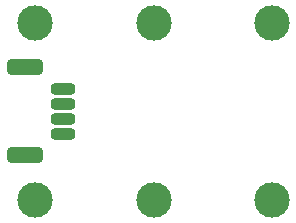
<source format=gbr>
%TF.GenerationSoftware,KiCad,Pcbnew,7.0.7-7.0.7~ubuntu23.04.1*%
%TF.CreationDate,2023-10-01T20:37:26+00:00*%
%TF.ProjectId,TFCO201,5446434f-3230-4312-9e6b-696361645f70,rev?*%
%TF.SameCoordinates,Original*%
%TF.FileFunction,Soldermask,Top*%
%TF.FilePolarity,Negative*%
%FSLAX46Y46*%
G04 Gerber Fmt 4.6, Leading zero omitted, Abs format (unit mm)*
G04 Created by KiCad (PCBNEW 7.0.7-7.0.7~ubuntu23.04.1) date 2023-10-01 20:37:26*
%MOMM*%
%LPD*%
G01*
G04 APERTURE LIST*
G04 Aperture macros list*
%AMRoundRect*
0 Rectangle with rounded corners*
0 $1 Rounding radius*
0 $2 $3 $4 $5 $6 $7 $8 $9 X,Y pos of 4 corners*
0 Add a 4 corners polygon primitive as box body*
4,1,4,$2,$3,$4,$5,$6,$7,$8,$9,$2,$3,0*
0 Add four circle primitives for the rounded corners*
1,1,$1+$1,$2,$3*
1,1,$1+$1,$4,$5*
1,1,$1+$1,$6,$7*
1,1,$1+$1,$8,$9*
0 Add four rect primitives between the rounded corners*
20,1,$1+$1,$2,$3,$4,$5,0*
20,1,$1+$1,$4,$5,$6,$7,0*
20,1,$1+$1,$6,$7,$8,$9,0*
20,1,$1+$1,$8,$9,$2,$3,0*%
G04 Aperture macros list end*
%ADD10C,3.000000*%
%ADD11RoundRect,0.350000X-0.700000X0.150000X-0.700000X-0.150000X0.700000X-0.150000X0.700000X0.150000X0*%
%ADD12RoundRect,0.450000X-1.100000X0.250000X-1.100000X-0.250000X1.100000X-0.250000X1.100000X0.250000X0*%
G04 APERTURE END LIST*
D10*
%TO.C,M4*%
X12500000Y15000000D03*
%TD*%
D11*
%TO.C,J2*%
X4847200Y9375000D03*
X4847200Y8125000D03*
X4847200Y6875000D03*
X4847200Y5625000D03*
D12*
X1647200Y11225000D03*
X1647200Y3775000D03*
%TD*%
D10*
%TO.C,M2*%
X12500000Y0D03*
%TD*%
%TO.C,M6*%
X2500000Y15000000D03*
%TD*%
%TO.C,M5*%
X22500000Y0D03*
%TD*%
%TO.C,M1*%
X22500000Y15000000D03*
%TD*%
%TO.C,M3*%
X2500000Y0D03*
%TD*%
M02*

</source>
